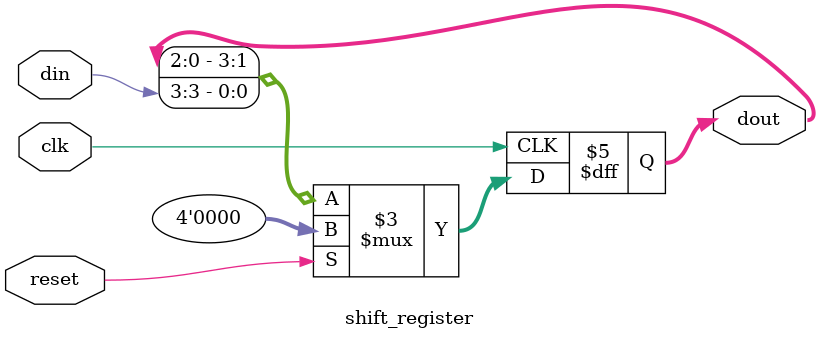
<source format=v>
module shift_register (
    input clk,          // Clock input
    input reset,        // Synchronous reset input
    input [3:0] din,    // 4-bit data input
    output reg [3:0] dout // 4-bit data output
);

    // Shift register logic
    always @(posedge clk) begin
        if (reset) begin
            dout <= 4'b0000; // Clear register to 0 on reset
        end else begin
            dout <= {dout[2:0], din[3]}; // Shift left operation
        end
    end

endmodule

</source>
